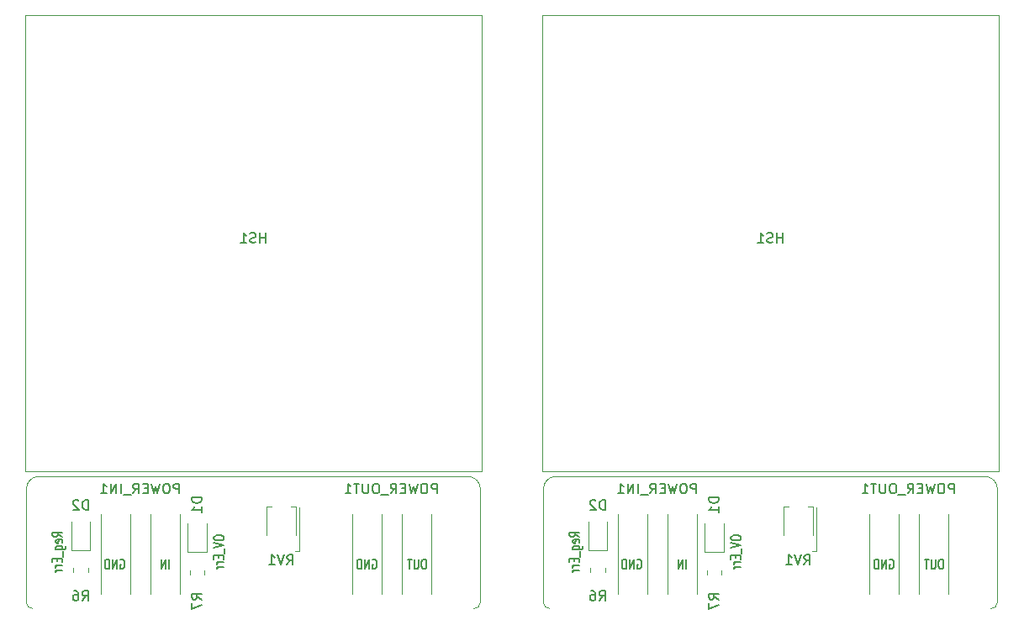
<source format=gbr>
%TF.GenerationSoftware,KiCad,Pcbnew,(5.1.9-0-10_14)*%
%TF.CreationDate,2021-02-28T00:18:14+08:00*%
%TF.ProjectId,panelized,70616e65-6c69-47a6-9564-2e6b69636164,rev?*%
%TF.SameCoordinates,Original*%
%TF.FileFunction,Legend,Bot*%
%TF.FilePolarity,Positive*%
%FSLAX46Y46*%
G04 Gerber Fmt 4.6, Leading zero omitted, Abs format (unit mm)*
G04 Created by KiCad (PCBNEW (5.1.9-0-10_14)) date 2021-02-28 00:18:14*
%MOMM*%
%LPD*%
G01*
G04 APERTURE LIST*
%ADD10C,0.120000*%
%ADD11C,0.150000*%
G04 APERTURE END LIST*
D10*
X134620000Y-128270000D02*
G75*
G02*
X133985000Y-128905000I-635000J0D01*
G01*
X89535000Y-128905000D02*
G75*
G02*
X88900000Y-128270000I0J635000D01*
G01*
X134620000Y-116840000D02*
X134620000Y-128270000D01*
X88900000Y-116840000D02*
X88900000Y-128270000D01*
X133350000Y-115570000D02*
X90170000Y-115570000D01*
X88900000Y-116840000D02*
G75*
G02*
X90170000Y-115570000I1270000J0D01*
G01*
X133350000Y-115570000D02*
G75*
G02*
X134620000Y-116840000I0J-1270000D01*
G01*
D11*
X92527380Y-121672142D02*
X92051190Y-121422142D01*
X92527380Y-121243571D02*
X91527380Y-121243571D01*
X91527380Y-121529285D01*
X91575000Y-121600714D01*
X91622619Y-121636428D01*
X91717857Y-121672142D01*
X91860714Y-121672142D01*
X91955952Y-121636428D01*
X92003571Y-121600714D01*
X92051190Y-121529285D01*
X92051190Y-121243571D01*
X92479761Y-122279285D02*
X92527380Y-122207857D01*
X92527380Y-122065000D01*
X92479761Y-121993571D01*
X92384523Y-121957857D01*
X92003571Y-121957857D01*
X91908333Y-121993571D01*
X91860714Y-122065000D01*
X91860714Y-122207857D01*
X91908333Y-122279285D01*
X92003571Y-122315000D01*
X92098809Y-122315000D01*
X92194047Y-121957857D01*
X91860714Y-122957857D02*
X92670238Y-122957857D01*
X92765476Y-122922142D01*
X92813095Y-122886428D01*
X92860714Y-122815000D01*
X92860714Y-122707857D01*
X92813095Y-122636428D01*
X92479761Y-122957857D02*
X92527380Y-122886428D01*
X92527380Y-122743571D01*
X92479761Y-122672142D01*
X92432142Y-122636428D01*
X92336904Y-122600714D01*
X92051190Y-122600714D01*
X91955952Y-122636428D01*
X91908333Y-122672142D01*
X91860714Y-122743571D01*
X91860714Y-122886428D01*
X91908333Y-122957857D01*
X92622619Y-123136428D02*
X92622619Y-123707857D01*
X92003571Y-123886428D02*
X92003571Y-124136428D01*
X92527380Y-124243571D02*
X92527380Y-123886428D01*
X91527380Y-123886428D01*
X91527380Y-124243571D01*
X92527380Y-124565000D02*
X91860714Y-124565000D01*
X92051190Y-124565000D02*
X91955952Y-124600714D01*
X91908333Y-124636428D01*
X91860714Y-124707857D01*
X91860714Y-124779285D01*
X92527380Y-125029285D02*
X91860714Y-125029285D01*
X92051190Y-125029285D02*
X91955952Y-125065000D01*
X91908333Y-125100714D01*
X91860714Y-125172142D01*
X91860714Y-125243571D01*
X98361428Y-123960000D02*
X98432857Y-123912380D01*
X98540000Y-123912380D01*
X98647142Y-123960000D01*
X98718571Y-124055238D01*
X98754285Y-124150476D01*
X98790000Y-124340952D01*
X98790000Y-124483809D01*
X98754285Y-124674285D01*
X98718571Y-124769523D01*
X98647142Y-124864761D01*
X98540000Y-124912380D01*
X98468571Y-124912380D01*
X98361428Y-124864761D01*
X98325714Y-124817142D01*
X98325714Y-124483809D01*
X98468571Y-124483809D01*
X98004285Y-124912380D02*
X98004285Y-123912380D01*
X97575714Y-124912380D01*
X97575714Y-123912380D01*
X97218571Y-124912380D02*
X97218571Y-123912380D01*
X97040000Y-123912380D01*
X96932857Y-123960000D01*
X96861428Y-124055238D01*
X96825714Y-124150476D01*
X96790000Y-124340952D01*
X96790000Y-124483809D01*
X96825714Y-124674285D01*
X96861428Y-124769523D01*
X96932857Y-124864761D01*
X97040000Y-124912380D01*
X97218571Y-124912380D01*
X103262857Y-124912380D02*
X103262857Y-123912380D01*
X102905714Y-124912380D02*
X102905714Y-123912380D01*
X102477142Y-124912380D01*
X102477142Y-123912380D01*
X123761428Y-123960000D02*
X123832857Y-123912380D01*
X123940000Y-123912380D01*
X124047142Y-123960000D01*
X124118571Y-124055238D01*
X124154285Y-124150476D01*
X124190000Y-124340952D01*
X124190000Y-124483809D01*
X124154285Y-124674285D01*
X124118571Y-124769523D01*
X124047142Y-124864761D01*
X123940000Y-124912380D01*
X123868571Y-124912380D01*
X123761428Y-124864761D01*
X123725714Y-124817142D01*
X123725714Y-124483809D01*
X123868571Y-124483809D01*
X123404285Y-124912380D02*
X123404285Y-123912380D01*
X122975714Y-124912380D01*
X122975714Y-123912380D01*
X122618571Y-124912380D02*
X122618571Y-123912380D01*
X122440000Y-123912380D01*
X122332857Y-123960000D01*
X122261428Y-124055238D01*
X122225714Y-124150476D01*
X122190000Y-124340952D01*
X122190000Y-124483809D01*
X122225714Y-124674285D01*
X122261428Y-124769523D01*
X122332857Y-124864761D01*
X122440000Y-124912380D01*
X122618571Y-124912380D01*
X129020000Y-123912380D02*
X128877142Y-123912380D01*
X128805714Y-123960000D01*
X128734285Y-124055238D01*
X128698571Y-124245714D01*
X128698571Y-124579047D01*
X128734285Y-124769523D01*
X128805714Y-124864761D01*
X128877142Y-124912380D01*
X129020000Y-124912380D01*
X129091428Y-124864761D01*
X129162857Y-124769523D01*
X129198571Y-124579047D01*
X129198571Y-124245714D01*
X129162857Y-124055238D01*
X129091428Y-123960000D01*
X129020000Y-123912380D01*
X128377142Y-123912380D02*
X128377142Y-124721904D01*
X128341428Y-124817142D01*
X128305714Y-124864761D01*
X128234285Y-124912380D01*
X128091428Y-124912380D01*
X128020000Y-124864761D01*
X127984285Y-124817142D01*
X127948571Y-124721904D01*
X127948571Y-123912380D01*
X127698571Y-123912380D02*
X127270000Y-123912380D01*
X127484285Y-124912380D02*
X127484285Y-123912380D01*
X107783380Y-121707857D02*
X107783380Y-121850714D01*
X107831000Y-121922142D01*
X107926238Y-121993571D01*
X108116714Y-122029285D01*
X108450047Y-122029285D01*
X108640523Y-121993571D01*
X108735761Y-121922142D01*
X108783380Y-121850714D01*
X108783380Y-121707857D01*
X108735761Y-121636428D01*
X108640523Y-121565000D01*
X108450047Y-121529285D01*
X108116714Y-121529285D01*
X107926238Y-121565000D01*
X107831000Y-121636428D01*
X107783380Y-121707857D01*
X107783380Y-122243571D02*
X108783380Y-122493571D01*
X107783380Y-122743571D01*
X108878619Y-122815000D02*
X108878619Y-123386428D01*
X108259571Y-123565000D02*
X108259571Y-123815000D01*
X108783380Y-123922142D02*
X108783380Y-123565000D01*
X107783380Y-123565000D01*
X107783380Y-123922142D01*
X108783380Y-124243571D02*
X108116714Y-124243571D01*
X108307190Y-124243571D02*
X108211952Y-124279285D01*
X108164333Y-124315000D01*
X108116714Y-124386428D01*
X108116714Y-124457857D01*
X108783380Y-124707857D02*
X108116714Y-124707857D01*
X108307190Y-124707857D02*
X108211952Y-124743571D01*
X108164333Y-124779285D01*
X108116714Y-124850714D01*
X108116714Y-124922142D01*
D10*
X186690000Y-128270000D02*
G75*
G02*
X186055000Y-128905000I-635000J0D01*
G01*
X141605000Y-128905000D02*
G75*
G02*
X140970000Y-128270000I0J635000D01*
G01*
X186690000Y-116840000D02*
X186690000Y-128270000D01*
X140970000Y-116840000D02*
X140970000Y-128270000D01*
X185420000Y-115570000D02*
X142240000Y-115570000D01*
X140970000Y-116840000D02*
G75*
G02*
X142240000Y-115570000I1270000J0D01*
G01*
X185420000Y-115570000D02*
G75*
G02*
X186690000Y-116840000I0J-1270000D01*
G01*
D11*
X144597380Y-121672142D02*
X144121190Y-121422142D01*
X144597380Y-121243571D02*
X143597380Y-121243571D01*
X143597380Y-121529285D01*
X143645000Y-121600714D01*
X143692619Y-121636428D01*
X143787857Y-121672142D01*
X143930714Y-121672142D01*
X144025952Y-121636428D01*
X144073571Y-121600714D01*
X144121190Y-121529285D01*
X144121190Y-121243571D01*
X144549761Y-122279285D02*
X144597380Y-122207857D01*
X144597380Y-122065000D01*
X144549761Y-121993571D01*
X144454523Y-121957857D01*
X144073571Y-121957857D01*
X143978333Y-121993571D01*
X143930714Y-122065000D01*
X143930714Y-122207857D01*
X143978333Y-122279285D01*
X144073571Y-122315000D01*
X144168809Y-122315000D01*
X144264047Y-121957857D01*
X143930714Y-122957857D02*
X144740238Y-122957857D01*
X144835476Y-122922142D01*
X144883095Y-122886428D01*
X144930714Y-122815000D01*
X144930714Y-122707857D01*
X144883095Y-122636428D01*
X144549761Y-122957857D02*
X144597380Y-122886428D01*
X144597380Y-122743571D01*
X144549761Y-122672142D01*
X144502142Y-122636428D01*
X144406904Y-122600714D01*
X144121190Y-122600714D01*
X144025952Y-122636428D01*
X143978333Y-122672142D01*
X143930714Y-122743571D01*
X143930714Y-122886428D01*
X143978333Y-122957857D01*
X144692619Y-123136428D02*
X144692619Y-123707857D01*
X144073571Y-123886428D02*
X144073571Y-124136428D01*
X144597380Y-124243571D02*
X144597380Y-123886428D01*
X143597380Y-123886428D01*
X143597380Y-124243571D01*
X144597380Y-124565000D02*
X143930714Y-124565000D01*
X144121190Y-124565000D02*
X144025952Y-124600714D01*
X143978333Y-124636428D01*
X143930714Y-124707857D01*
X143930714Y-124779285D01*
X144597380Y-125029285D02*
X143930714Y-125029285D01*
X144121190Y-125029285D02*
X144025952Y-125065000D01*
X143978333Y-125100714D01*
X143930714Y-125172142D01*
X143930714Y-125243571D01*
X150431428Y-123960000D02*
X150502857Y-123912380D01*
X150610000Y-123912380D01*
X150717142Y-123960000D01*
X150788571Y-124055238D01*
X150824285Y-124150476D01*
X150860000Y-124340952D01*
X150860000Y-124483809D01*
X150824285Y-124674285D01*
X150788571Y-124769523D01*
X150717142Y-124864761D01*
X150610000Y-124912380D01*
X150538571Y-124912380D01*
X150431428Y-124864761D01*
X150395714Y-124817142D01*
X150395714Y-124483809D01*
X150538571Y-124483809D01*
X150074285Y-124912380D02*
X150074285Y-123912380D01*
X149645714Y-124912380D01*
X149645714Y-123912380D01*
X149288571Y-124912380D02*
X149288571Y-123912380D01*
X149110000Y-123912380D01*
X149002857Y-123960000D01*
X148931428Y-124055238D01*
X148895714Y-124150476D01*
X148860000Y-124340952D01*
X148860000Y-124483809D01*
X148895714Y-124674285D01*
X148931428Y-124769523D01*
X149002857Y-124864761D01*
X149110000Y-124912380D01*
X149288571Y-124912380D01*
X155332857Y-124912380D02*
X155332857Y-123912380D01*
X154975714Y-124912380D02*
X154975714Y-123912380D01*
X154547142Y-124912380D01*
X154547142Y-123912380D01*
X175831428Y-123960000D02*
X175902857Y-123912380D01*
X176010000Y-123912380D01*
X176117142Y-123960000D01*
X176188571Y-124055238D01*
X176224285Y-124150476D01*
X176260000Y-124340952D01*
X176260000Y-124483809D01*
X176224285Y-124674285D01*
X176188571Y-124769523D01*
X176117142Y-124864761D01*
X176010000Y-124912380D01*
X175938571Y-124912380D01*
X175831428Y-124864761D01*
X175795714Y-124817142D01*
X175795714Y-124483809D01*
X175938571Y-124483809D01*
X175474285Y-124912380D02*
X175474285Y-123912380D01*
X175045714Y-124912380D01*
X175045714Y-123912380D01*
X174688571Y-124912380D02*
X174688571Y-123912380D01*
X174510000Y-123912380D01*
X174402857Y-123960000D01*
X174331428Y-124055238D01*
X174295714Y-124150476D01*
X174260000Y-124340952D01*
X174260000Y-124483809D01*
X174295714Y-124674285D01*
X174331428Y-124769523D01*
X174402857Y-124864761D01*
X174510000Y-124912380D01*
X174688571Y-124912380D01*
X181090000Y-123912380D02*
X180947142Y-123912380D01*
X180875714Y-123960000D01*
X180804285Y-124055238D01*
X180768571Y-124245714D01*
X180768571Y-124579047D01*
X180804285Y-124769523D01*
X180875714Y-124864761D01*
X180947142Y-124912380D01*
X181090000Y-124912380D01*
X181161428Y-124864761D01*
X181232857Y-124769523D01*
X181268571Y-124579047D01*
X181268571Y-124245714D01*
X181232857Y-124055238D01*
X181161428Y-123960000D01*
X181090000Y-123912380D01*
X180447142Y-123912380D02*
X180447142Y-124721904D01*
X180411428Y-124817142D01*
X180375714Y-124864761D01*
X180304285Y-124912380D01*
X180161428Y-124912380D01*
X180090000Y-124864761D01*
X180054285Y-124817142D01*
X180018571Y-124721904D01*
X180018571Y-123912380D01*
X179768571Y-123912380D02*
X179340000Y-123912380D01*
X179554285Y-124912380D02*
X179554285Y-123912380D01*
X159853380Y-121707857D02*
X159853380Y-121850714D01*
X159901000Y-121922142D01*
X159996238Y-121993571D01*
X160186714Y-122029285D01*
X160520047Y-122029285D01*
X160710523Y-121993571D01*
X160805761Y-121922142D01*
X160853380Y-121850714D01*
X160853380Y-121707857D01*
X160805761Y-121636428D01*
X160710523Y-121565000D01*
X160520047Y-121529285D01*
X160186714Y-121529285D01*
X159996238Y-121565000D01*
X159901000Y-121636428D01*
X159853380Y-121707857D01*
X159853380Y-122243571D02*
X160853380Y-122493571D01*
X159853380Y-122743571D01*
X160948619Y-122815000D02*
X160948619Y-123386428D01*
X160329571Y-123565000D02*
X160329571Y-123815000D01*
X160853380Y-123922142D02*
X160853380Y-123565000D01*
X159853380Y-123565000D01*
X159853380Y-123922142D01*
X160853380Y-124243571D02*
X160186714Y-124243571D01*
X160377190Y-124243571D02*
X160281952Y-124279285D01*
X160234333Y-124315000D01*
X160186714Y-124386428D01*
X160186714Y-124457857D01*
X160853380Y-124707857D02*
X160186714Y-124707857D01*
X160377190Y-124707857D02*
X160281952Y-124743571D01*
X160234333Y-124779285D01*
X160186714Y-124850714D01*
X160186714Y-124922142D01*
D10*
%TO.C,R6*%
X93626001Y-124756936D02*
X93626001Y-125211064D01*
X95096001Y-124756936D02*
X95096001Y-125211064D01*
%TO.C,D2*%
X95321000Y-120149000D02*
X95321000Y-123009000D01*
X95321000Y-123009000D02*
X93401000Y-123009000D01*
X93401000Y-123009000D02*
X93401000Y-120149000D01*
%TO.C,POWER_OUT1*%
X126690000Y-127380000D02*
X126690000Y-119380000D01*
X124690000Y-119380000D02*
X124690000Y-127380000D01*
X121690000Y-127380000D02*
X121690000Y-119380000D01*
X129690000Y-119380000D02*
X129690000Y-127380000D01*
%TO.C,POWER_IN1*%
X101370000Y-127380000D02*
X101370000Y-119380000D01*
X99370000Y-119380000D02*
X99370000Y-127380000D01*
X96370000Y-127380000D02*
X96370000Y-119380000D01*
X104370000Y-119380000D02*
X104370000Y-127380000D01*
%TO.C,RV1*%
X113554000Y-118623000D02*
X113054000Y-118623000D01*
X113054000Y-118623000D02*
X113054000Y-121523000D01*
X116054000Y-118623000D02*
X116054000Y-121523000D01*
X116054000Y-118623000D02*
X115554000Y-118623000D01*
X116354000Y-118723000D02*
X116354000Y-123123000D01*
X116354000Y-123123000D02*
X115954000Y-123123000D01*
%TO.C,HS1*%
X134760000Y-69075000D02*
X134760000Y-115075000D01*
X134760000Y-69075000D02*
X88760000Y-69075000D01*
X88760000Y-115075000D02*
X134760000Y-115075000D01*
X88760000Y-69075000D02*
X88760000Y-115075000D01*
%TO.C,R7*%
X106843500Y-125010936D02*
X106843500Y-125465064D01*
X105373500Y-125010936D02*
X105373500Y-125465064D01*
%TO.C,D1*%
X105148500Y-123192500D02*
X105148500Y-120332500D01*
X107068500Y-123192500D02*
X105148500Y-123192500D01*
X107068500Y-120332500D02*
X107068500Y-123192500D01*
%TO.C,R6*%
X147166001Y-124756936D02*
X147166001Y-125211064D01*
X145696001Y-124756936D02*
X145696001Y-125211064D01*
%TO.C,D2*%
X145471000Y-123009000D02*
X145471000Y-120149000D01*
X147391000Y-123009000D02*
X145471000Y-123009000D01*
X147391000Y-120149000D02*
X147391000Y-123009000D01*
%TO.C,POWER_OUT1*%
X181760000Y-119380000D02*
X181760000Y-127380000D01*
X173760000Y-127380000D02*
X173760000Y-119380000D01*
X176760000Y-119380000D02*
X176760000Y-127380000D01*
X178760000Y-127380000D02*
X178760000Y-119380000D01*
%TO.C,POWER_IN1*%
X156440000Y-119380000D02*
X156440000Y-127380000D01*
X148440000Y-127380000D02*
X148440000Y-119380000D01*
X151440000Y-119380000D02*
X151440000Y-127380000D01*
X153440000Y-127380000D02*
X153440000Y-119380000D01*
%TO.C,RV1*%
X168424000Y-123123000D02*
X168024000Y-123123000D01*
X168424000Y-118723000D02*
X168424000Y-123123000D01*
X168124000Y-118623000D02*
X167624000Y-118623000D01*
X168124000Y-118623000D02*
X168124000Y-121523000D01*
X165124000Y-118623000D02*
X165124000Y-121523000D01*
X165624000Y-118623000D02*
X165124000Y-118623000D01*
%TO.C,HS1*%
X140830000Y-69075000D02*
X140830000Y-115075000D01*
X140830000Y-115075000D02*
X186830000Y-115075000D01*
X186830000Y-69075000D02*
X140830000Y-69075000D01*
X186830000Y-69075000D02*
X186830000Y-115075000D01*
%TO.C,R7*%
X157443500Y-125010936D02*
X157443500Y-125465064D01*
X158913500Y-125010936D02*
X158913500Y-125465064D01*
%TO.C,D1*%
X159138500Y-120332500D02*
X159138500Y-123192500D01*
X159138500Y-123192500D02*
X157218500Y-123192500D01*
X157218500Y-123192500D02*
X157218500Y-120332500D01*
%TO.C,R6*%
D11*
X94527667Y-128087380D02*
X94861001Y-127611190D01*
X95099096Y-128087380D02*
X95099096Y-127087380D01*
X94718143Y-127087380D01*
X94622905Y-127135000D01*
X94575286Y-127182619D01*
X94527667Y-127277857D01*
X94527667Y-127420714D01*
X94575286Y-127515952D01*
X94622905Y-127563571D01*
X94718143Y-127611190D01*
X95099096Y-127611190D01*
X93670524Y-127087380D02*
X93861001Y-127087380D01*
X93956239Y-127135000D01*
X94003858Y-127182619D01*
X94099096Y-127325476D01*
X94146715Y-127515952D01*
X94146715Y-127896904D01*
X94099096Y-127992142D01*
X94051477Y-128039761D01*
X93956239Y-128087380D01*
X93765762Y-128087380D01*
X93670524Y-128039761D01*
X93622905Y-127992142D01*
X93575286Y-127896904D01*
X93575286Y-127658809D01*
X93622905Y-127563571D01*
X93670524Y-127515952D01*
X93765762Y-127468333D01*
X93956239Y-127468333D01*
X94051477Y-127515952D01*
X94099096Y-127563571D01*
X94146715Y-127658809D01*
%TO.C,D2*%
X95099095Y-118943380D02*
X95099095Y-117943380D01*
X94861000Y-117943380D01*
X94718142Y-117991000D01*
X94622904Y-118086238D01*
X94575285Y-118181476D01*
X94527666Y-118371952D01*
X94527666Y-118514809D01*
X94575285Y-118705285D01*
X94622904Y-118800523D01*
X94718142Y-118895761D01*
X94861000Y-118943380D01*
X95099095Y-118943380D01*
X94146714Y-118038619D02*
X94099095Y-117991000D01*
X94003857Y-117943380D01*
X93765761Y-117943380D01*
X93670523Y-117991000D01*
X93622904Y-118038619D01*
X93575285Y-118133857D01*
X93575285Y-118229095D01*
X93622904Y-118371952D01*
X94194333Y-118943380D01*
X93575285Y-118943380D01*
%TO.C,POWER_OUT1*%
X130245238Y-117292380D02*
X130245238Y-116292380D01*
X129864285Y-116292380D01*
X129769047Y-116340000D01*
X129721428Y-116387619D01*
X129673809Y-116482857D01*
X129673809Y-116625714D01*
X129721428Y-116720952D01*
X129769047Y-116768571D01*
X129864285Y-116816190D01*
X130245238Y-116816190D01*
X129054761Y-116292380D02*
X128864285Y-116292380D01*
X128769047Y-116340000D01*
X128673809Y-116435238D01*
X128626190Y-116625714D01*
X128626190Y-116959047D01*
X128673809Y-117149523D01*
X128769047Y-117244761D01*
X128864285Y-117292380D01*
X129054761Y-117292380D01*
X129150000Y-117244761D01*
X129245238Y-117149523D01*
X129292857Y-116959047D01*
X129292857Y-116625714D01*
X129245238Y-116435238D01*
X129150000Y-116340000D01*
X129054761Y-116292380D01*
X128292857Y-116292380D02*
X128054761Y-117292380D01*
X127864285Y-116578095D01*
X127673809Y-117292380D01*
X127435714Y-116292380D01*
X127054761Y-116768571D02*
X126721428Y-116768571D01*
X126578571Y-117292380D02*
X127054761Y-117292380D01*
X127054761Y-116292380D01*
X126578571Y-116292380D01*
X125578571Y-117292380D02*
X125911904Y-116816190D01*
X126150000Y-117292380D02*
X126150000Y-116292380D01*
X125769047Y-116292380D01*
X125673809Y-116340000D01*
X125626190Y-116387619D01*
X125578571Y-116482857D01*
X125578571Y-116625714D01*
X125626190Y-116720952D01*
X125673809Y-116768571D01*
X125769047Y-116816190D01*
X126150000Y-116816190D01*
X125388095Y-117387619D02*
X124626190Y-117387619D01*
X124197619Y-116292380D02*
X124007142Y-116292380D01*
X123911904Y-116340000D01*
X123816666Y-116435238D01*
X123769047Y-116625714D01*
X123769047Y-116959047D01*
X123816666Y-117149523D01*
X123911904Y-117244761D01*
X124007142Y-117292380D01*
X124197619Y-117292380D01*
X124292857Y-117244761D01*
X124388095Y-117149523D01*
X124435714Y-116959047D01*
X124435714Y-116625714D01*
X124388095Y-116435238D01*
X124292857Y-116340000D01*
X124197619Y-116292380D01*
X123340476Y-116292380D02*
X123340476Y-117101904D01*
X123292857Y-117197142D01*
X123245238Y-117244761D01*
X123150000Y-117292380D01*
X122959523Y-117292380D01*
X122864285Y-117244761D01*
X122816666Y-117197142D01*
X122769047Y-117101904D01*
X122769047Y-116292380D01*
X122435714Y-116292380D02*
X121864285Y-116292380D01*
X122150000Y-117292380D02*
X122150000Y-116292380D01*
X121007142Y-117292380D02*
X121578571Y-117292380D01*
X121292857Y-117292380D02*
X121292857Y-116292380D01*
X121388095Y-116435238D01*
X121483333Y-116530476D01*
X121578571Y-116578095D01*
%TO.C,POWER_IN1*%
X104298571Y-117292380D02*
X104298571Y-116292380D01*
X103917619Y-116292380D01*
X103822380Y-116340000D01*
X103774761Y-116387619D01*
X103727142Y-116482857D01*
X103727142Y-116625714D01*
X103774761Y-116720952D01*
X103822380Y-116768571D01*
X103917619Y-116816190D01*
X104298571Y-116816190D01*
X103108095Y-116292380D02*
X102917619Y-116292380D01*
X102822380Y-116340000D01*
X102727142Y-116435238D01*
X102679523Y-116625714D01*
X102679523Y-116959047D01*
X102727142Y-117149523D01*
X102822380Y-117244761D01*
X102917619Y-117292380D01*
X103108095Y-117292380D01*
X103203333Y-117244761D01*
X103298571Y-117149523D01*
X103346190Y-116959047D01*
X103346190Y-116625714D01*
X103298571Y-116435238D01*
X103203333Y-116340000D01*
X103108095Y-116292380D01*
X102346190Y-116292380D02*
X102108095Y-117292380D01*
X101917619Y-116578095D01*
X101727142Y-117292380D01*
X101489047Y-116292380D01*
X101108095Y-116768571D02*
X100774761Y-116768571D01*
X100631904Y-117292380D02*
X101108095Y-117292380D01*
X101108095Y-116292380D01*
X100631904Y-116292380D01*
X99631904Y-117292380D02*
X99965238Y-116816190D01*
X100203333Y-117292380D02*
X100203333Y-116292380D01*
X99822380Y-116292380D01*
X99727142Y-116340000D01*
X99679523Y-116387619D01*
X99631904Y-116482857D01*
X99631904Y-116625714D01*
X99679523Y-116720952D01*
X99727142Y-116768571D01*
X99822380Y-116816190D01*
X100203333Y-116816190D01*
X99441428Y-117387619D02*
X98679523Y-117387619D01*
X98441428Y-117292380D02*
X98441428Y-116292380D01*
X97965238Y-117292380D02*
X97965238Y-116292380D01*
X97393809Y-117292380D01*
X97393809Y-116292380D01*
X96393809Y-117292380D02*
X96965238Y-117292380D01*
X96679523Y-117292380D02*
X96679523Y-116292380D01*
X96774761Y-116435238D01*
X96870000Y-116530476D01*
X96965238Y-116578095D01*
%TO.C,RV1*%
X115149238Y-124475380D02*
X115482571Y-123999190D01*
X115720666Y-124475380D02*
X115720666Y-123475380D01*
X115339714Y-123475380D01*
X115244476Y-123523000D01*
X115196857Y-123570619D01*
X115149238Y-123665857D01*
X115149238Y-123808714D01*
X115196857Y-123903952D01*
X115244476Y-123951571D01*
X115339714Y-123999190D01*
X115720666Y-123999190D01*
X114863523Y-123475380D02*
X114530190Y-124475380D01*
X114196857Y-123475380D01*
X113339714Y-124475380D02*
X113911142Y-124475380D01*
X113625428Y-124475380D02*
X113625428Y-123475380D01*
X113720666Y-123618238D01*
X113815904Y-123713476D01*
X113911142Y-123761095D01*
%TO.C,HS1*%
X112998095Y-92027380D02*
X112998095Y-91027380D01*
X112998095Y-91503571D02*
X112426666Y-91503571D01*
X112426666Y-92027380D02*
X112426666Y-91027380D01*
X111998095Y-91979761D02*
X111855238Y-92027380D01*
X111617142Y-92027380D01*
X111521904Y-91979761D01*
X111474285Y-91932142D01*
X111426666Y-91836904D01*
X111426666Y-91741666D01*
X111474285Y-91646428D01*
X111521904Y-91598809D01*
X111617142Y-91551190D01*
X111807619Y-91503571D01*
X111902857Y-91455952D01*
X111950476Y-91408333D01*
X111998095Y-91313095D01*
X111998095Y-91217857D01*
X111950476Y-91122619D01*
X111902857Y-91075000D01*
X111807619Y-91027380D01*
X111569523Y-91027380D01*
X111426666Y-91075000D01*
X110474285Y-92027380D02*
X111045714Y-92027380D01*
X110760000Y-92027380D02*
X110760000Y-91027380D01*
X110855238Y-91170238D01*
X110950476Y-91265476D01*
X111045714Y-91313095D01*
%TO.C,R7*%
X106560880Y-127976333D02*
X106084690Y-127643000D01*
X106560880Y-127404904D02*
X105560880Y-127404904D01*
X105560880Y-127785857D01*
X105608500Y-127881095D01*
X105656119Y-127928714D01*
X105751357Y-127976333D01*
X105894214Y-127976333D01*
X105989452Y-127928714D01*
X106037071Y-127881095D01*
X106084690Y-127785857D01*
X106084690Y-127404904D01*
X105560880Y-128309666D02*
X105560880Y-128976333D01*
X106560880Y-128547761D01*
%TO.C,D1*%
X106560880Y-117689404D02*
X105560880Y-117689404D01*
X105560880Y-117927500D01*
X105608500Y-118070357D01*
X105703738Y-118165595D01*
X105798976Y-118213214D01*
X105989452Y-118260833D01*
X106132309Y-118260833D01*
X106322785Y-118213214D01*
X106418023Y-118165595D01*
X106513261Y-118070357D01*
X106560880Y-117927500D01*
X106560880Y-117689404D01*
X106560880Y-119213214D02*
X106560880Y-118641785D01*
X106560880Y-118927500D02*
X105560880Y-118927500D01*
X105703738Y-118832261D01*
X105798976Y-118737023D01*
X105846595Y-118641785D01*
%TO.C,R6*%
X146597667Y-128087380D02*
X146931001Y-127611190D01*
X147169096Y-128087380D02*
X147169096Y-127087380D01*
X146788143Y-127087380D01*
X146692905Y-127135000D01*
X146645286Y-127182619D01*
X146597667Y-127277857D01*
X146597667Y-127420714D01*
X146645286Y-127515952D01*
X146692905Y-127563571D01*
X146788143Y-127611190D01*
X147169096Y-127611190D01*
X145740524Y-127087380D02*
X145931001Y-127087380D01*
X146026239Y-127135000D01*
X146073858Y-127182619D01*
X146169096Y-127325476D01*
X146216715Y-127515952D01*
X146216715Y-127896904D01*
X146169096Y-127992142D01*
X146121477Y-128039761D01*
X146026239Y-128087380D01*
X145835762Y-128087380D01*
X145740524Y-128039761D01*
X145692905Y-127992142D01*
X145645286Y-127896904D01*
X145645286Y-127658809D01*
X145692905Y-127563571D01*
X145740524Y-127515952D01*
X145835762Y-127468333D01*
X146026239Y-127468333D01*
X146121477Y-127515952D01*
X146169096Y-127563571D01*
X146216715Y-127658809D01*
%TO.C,D2*%
X147169095Y-118943380D02*
X147169095Y-117943380D01*
X146931000Y-117943380D01*
X146788142Y-117991000D01*
X146692904Y-118086238D01*
X146645285Y-118181476D01*
X146597666Y-118371952D01*
X146597666Y-118514809D01*
X146645285Y-118705285D01*
X146692904Y-118800523D01*
X146788142Y-118895761D01*
X146931000Y-118943380D01*
X147169095Y-118943380D01*
X146216714Y-118038619D02*
X146169095Y-117991000D01*
X146073857Y-117943380D01*
X145835761Y-117943380D01*
X145740523Y-117991000D01*
X145692904Y-118038619D01*
X145645285Y-118133857D01*
X145645285Y-118229095D01*
X145692904Y-118371952D01*
X146264333Y-118943380D01*
X145645285Y-118943380D01*
%TO.C,POWER_OUT1*%
X182315238Y-117292380D02*
X182315238Y-116292380D01*
X181934285Y-116292380D01*
X181839047Y-116340000D01*
X181791428Y-116387619D01*
X181743809Y-116482857D01*
X181743809Y-116625714D01*
X181791428Y-116720952D01*
X181839047Y-116768571D01*
X181934285Y-116816190D01*
X182315238Y-116816190D01*
X181124761Y-116292380D02*
X180934285Y-116292380D01*
X180839047Y-116340000D01*
X180743809Y-116435238D01*
X180696190Y-116625714D01*
X180696190Y-116959047D01*
X180743809Y-117149523D01*
X180839047Y-117244761D01*
X180934285Y-117292380D01*
X181124761Y-117292380D01*
X181220000Y-117244761D01*
X181315238Y-117149523D01*
X181362857Y-116959047D01*
X181362857Y-116625714D01*
X181315238Y-116435238D01*
X181220000Y-116340000D01*
X181124761Y-116292380D01*
X180362857Y-116292380D02*
X180124761Y-117292380D01*
X179934285Y-116578095D01*
X179743809Y-117292380D01*
X179505714Y-116292380D01*
X179124761Y-116768571D02*
X178791428Y-116768571D01*
X178648571Y-117292380D02*
X179124761Y-117292380D01*
X179124761Y-116292380D01*
X178648571Y-116292380D01*
X177648571Y-117292380D02*
X177981904Y-116816190D01*
X178220000Y-117292380D02*
X178220000Y-116292380D01*
X177839047Y-116292380D01*
X177743809Y-116340000D01*
X177696190Y-116387619D01*
X177648571Y-116482857D01*
X177648571Y-116625714D01*
X177696190Y-116720952D01*
X177743809Y-116768571D01*
X177839047Y-116816190D01*
X178220000Y-116816190D01*
X177458095Y-117387619D02*
X176696190Y-117387619D01*
X176267619Y-116292380D02*
X176077142Y-116292380D01*
X175981904Y-116340000D01*
X175886666Y-116435238D01*
X175839047Y-116625714D01*
X175839047Y-116959047D01*
X175886666Y-117149523D01*
X175981904Y-117244761D01*
X176077142Y-117292380D01*
X176267619Y-117292380D01*
X176362857Y-117244761D01*
X176458095Y-117149523D01*
X176505714Y-116959047D01*
X176505714Y-116625714D01*
X176458095Y-116435238D01*
X176362857Y-116340000D01*
X176267619Y-116292380D01*
X175410476Y-116292380D02*
X175410476Y-117101904D01*
X175362857Y-117197142D01*
X175315238Y-117244761D01*
X175220000Y-117292380D01*
X175029523Y-117292380D01*
X174934285Y-117244761D01*
X174886666Y-117197142D01*
X174839047Y-117101904D01*
X174839047Y-116292380D01*
X174505714Y-116292380D02*
X173934285Y-116292380D01*
X174220000Y-117292380D02*
X174220000Y-116292380D01*
X173077142Y-117292380D02*
X173648571Y-117292380D01*
X173362857Y-117292380D02*
X173362857Y-116292380D01*
X173458095Y-116435238D01*
X173553333Y-116530476D01*
X173648571Y-116578095D01*
%TO.C,POWER_IN1*%
X156368571Y-117292380D02*
X156368571Y-116292380D01*
X155987619Y-116292380D01*
X155892380Y-116340000D01*
X155844761Y-116387619D01*
X155797142Y-116482857D01*
X155797142Y-116625714D01*
X155844761Y-116720952D01*
X155892380Y-116768571D01*
X155987619Y-116816190D01*
X156368571Y-116816190D01*
X155178095Y-116292380D02*
X154987619Y-116292380D01*
X154892380Y-116340000D01*
X154797142Y-116435238D01*
X154749523Y-116625714D01*
X154749523Y-116959047D01*
X154797142Y-117149523D01*
X154892380Y-117244761D01*
X154987619Y-117292380D01*
X155178095Y-117292380D01*
X155273333Y-117244761D01*
X155368571Y-117149523D01*
X155416190Y-116959047D01*
X155416190Y-116625714D01*
X155368571Y-116435238D01*
X155273333Y-116340000D01*
X155178095Y-116292380D01*
X154416190Y-116292380D02*
X154178095Y-117292380D01*
X153987619Y-116578095D01*
X153797142Y-117292380D01*
X153559047Y-116292380D01*
X153178095Y-116768571D02*
X152844761Y-116768571D01*
X152701904Y-117292380D02*
X153178095Y-117292380D01*
X153178095Y-116292380D01*
X152701904Y-116292380D01*
X151701904Y-117292380D02*
X152035238Y-116816190D01*
X152273333Y-117292380D02*
X152273333Y-116292380D01*
X151892380Y-116292380D01*
X151797142Y-116340000D01*
X151749523Y-116387619D01*
X151701904Y-116482857D01*
X151701904Y-116625714D01*
X151749523Y-116720952D01*
X151797142Y-116768571D01*
X151892380Y-116816190D01*
X152273333Y-116816190D01*
X151511428Y-117387619D02*
X150749523Y-117387619D01*
X150511428Y-117292380D02*
X150511428Y-116292380D01*
X150035238Y-117292380D02*
X150035238Y-116292380D01*
X149463809Y-117292380D01*
X149463809Y-116292380D01*
X148463809Y-117292380D02*
X149035238Y-117292380D01*
X148749523Y-117292380D02*
X148749523Y-116292380D01*
X148844761Y-116435238D01*
X148940000Y-116530476D01*
X149035238Y-116578095D01*
%TO.C,RV1*%
X167219238Y-124475380D02*
X167552571Y-123999190D01*
X167790666Y-124475380D02*
X167790666Y-123475380D01*
X167409714Y-123475380D01*
X167314476Y-123523000D01*
X167266857Y-123570619D01*
X167219238Y-123665857D01*
X167219238Y-123808714D01*
X167266857Y-123903952D01*
X167314476Y-123951571D01*
X167409714Y-123999190D01*
X167790666Y-123999190D01*
X166933523Y-123475380D02*
X166600190Y-124475380D01*
X166266857Y-123475380D01*
X165409714Y-124475380D02*
X165981142Y-124475380D01*
X165695428Y-124475380D02*
X165695428Y-123475380D01*
X165790666Y-123618238D01*
X165885904Y-123713476D01*
X165981142Y-123761095D01*
%TO.C,HS1*%
X165068095Y-92027380D02*
X165068095Y-91027380D01*
X165068095Y-91503571D02*
X164496666Y-91503571D01*
X164496666Y-92027380D02*
X164496666Y-91027380D01*
X164068095Y-91979761D02*
X163925238Y-92027380D01*
X163687142Y-92027380D01*
X163591904Y-91979761D01*
X163544285Y-91932142D01*
X163496666Y-91836904D01*
X163496666Y-91741666D01*
X163544285Y-91646428D01*
X163591904Y-91598809D01*
X163687142Y-91551190D01*
X163877619Y-91503571D01*
X163972857Y-91455952D01*
X164020476Y-91408333D01*
X164068095Y-91313095D01*
X164068095Y-91217857D01*
X164020476Y-91122619D01*
X163972857Y-91075000D01*
X163877619Y-91027380D01*
X163639523Y-91027380D01*
X163496666Y-91075000D01*
X162544285Y-92027380D02*
X163115714Y-92027380D01*
X162830000Y-92027380D02*
X162830000Y-91027380D01*
X162925238Y-91170238D01*
X163020476Y-91265476D01*
X163115714Y-91313095D01*
%TO.C,R7*%
X158630880Y-127976333D02*
X158154690Y-127643000D01*
X158630880Y-127404904D02*
X157630880Y-127404904D01*
X157630880Y-127785857D01*
X157678500Y-127881095D01*
X157726119Y-127928714D01*
X157821357Y-127976333D01*
X157964214Y-127976333D01*
X158059452Y-127928714D01*
X158107071Y-127881095D01*
X158154690Y-127785857D01*
X158154690Y-127404904D01*
X157630880Y-128309666D02*
X157630880Y-128976333D01*
X158630880Y-128547761D01*
%TO.C,D1*%
X158630880Y-117689404D02*
X157630880Y-117689404D01*
X157630880Y-117927500D01*
X157678500Y-118070357D01*
X157773738Y-118165595D01*
X157868976Y-118213214D01*
X158059452Y-118260833D01*
X158202309Y-118260833D01*
X158392785Y-118213214D01*
X158488023Y-118165595D01*
X158583261Y-118070357D01*
X158630880Y-117927500D01*
X158630880Y-117689404D01*
X158630880Y-119213214D02*
X158630880Y-118641785D01*
X158630880Y-118927500D02*
X157630880Y-118927500D01*
X157773738Y-118832261D01*
X157868976Y-118737023D01*
X157916595Y-118641785D01*
%TD*%
M02*

</source>
